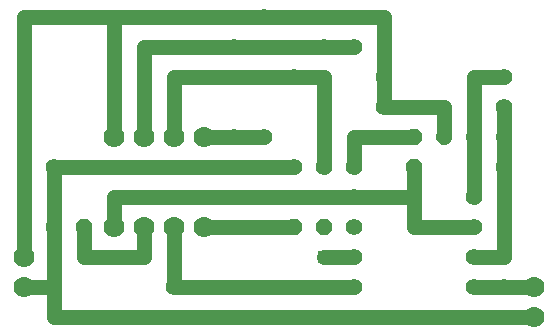
<source format=gbl>
G75*
%MOIN*%
%OFA0B0*%
%FSLAX25Y25*%
%IPPOS*%
%LPD*%
%AMOC8*
5,1,8,0,0,1.08239X$1,22.5*
%
%ADD10C,0.05543*%
%ADD11R,0.04756X0.04756*%
%ADD12C,0.07000*%
%ADD13OC8,0.05200*%
%ADD14OC8,0.05150*%
%ADD15C,0.05000*%
%ADD16R,0.03962X0.03962*%
D10*
X0044615Y0034627D03*
X0084615Y0034627D03*
X0144615Y0034627D03*
X0144615Y0044627D03*
X0144615Y0054627D03*
X0144615Y0064627D03*
X0144615Y0074627D03*
X0134615Y0074627D03*
X0124615Y0074627D03*
X0114615Y0084627D03*
X0104615Y0084627D03*
X0124615Y0104627D03*
X0134615Y0114627D03*
X0144615Y0114627D03*
X0154615Y0104627D03*
X0154615Y0094627D03*
X0194615Y0094627D03*
X0194615Y0104627D03*
X0194615Y0074627D03*
X0184615Y0064627D03*
X0184615Y0054627D03*
X0184615Y0044627D03*
X0184615Y0034627D03*
X0194615Y0034627D03*
X0104615Y0114627D03*
X0114615Y0124627D03*
X0044615Y0074627D03*
D11*
X0034615Y0074627D03*
D12*
X0064615Y0084627D03*
X0074615Y0084627D03*
X0084615Y0084627D03*
X0094615Y0084627D03*
X0094615Y0054627D03*
X0084615Y0054627D03*
X0074615Y0054627D03*
X0064615Y0054627D03*
X0034615Y0044627D03*
X0034615Y0034627D03*
X0204615Y0034627D03*
X0204615Y0024627D03*
D13*
X0134615Y0054627D03*
X0124615Y0054627D03*
X0164615Y0074627D03*
X0164615Y0084627D03*
X0054615Y0054627D03*
X0044615Y0054627D03*
D14*
X0174615Y0084627D03*
X0184615Y0084627D03*
X0194615Y0084627D03*
D15*
X0204615Y0024627D02*
X0044615Y0024627D01*
X0044615Y0034627D01*
X0034615Y0034627D01*
X0044615Y0034627D02*
X0044615Y0054627D01*
X0044615Y0074627D01*
X0104615Y0074627D01*
X0124615Y0074627D01*
X0134615Y0074627D02*
X0134615Y0104627D01*
X0124615Y0104627D01*
X0084615Y0104627D01*
X0084615Y0084627D01*
X0094615Y0084627D02*
X0104615Y0084627D01*
X0114615Y0084627D01*
X0144615Y0084627D02*
X0144615Y0074627D01*
X0144615Y0084627D02*
X0164615Y0084627D01*
X0174615Y0084627D02*
X0174615Y0094627D01*
X0154615Y0094627D01*
X0154615Y0104627D01*
X0154615Y0124627D01*
X0114615Y0124627D01*
X0064615Y0124627D01*
X0064615Y0084627D01*
X0074615Y0084627D02*
X0074615Y0114627D01*
X0104615Y0114627D01*
X0134615Y0114627D01*
X0144615Y0114627D01*
X0184615Y0104627D02*
X0194615Y0104627D01*
X0184615Y0104627D02*
X0184615Y0084627D01*
X0184615Y0064627D01*
X0184615Y0054627D02*
X0164615Y0054627D01*
X0164615Y0064627D01*
X0164615Y0074627D01*
X0164615Y0064627D02*
X0144615Y0064627D01*
X0064615Y0064627D01*
X0064615Y0054627D01*
X0054615Y0054627D02*
X0054615Y0044627D01*
X0074615Y0044627D01*
X0074615Y0054627D01*
X0084615Y0054627D02*
X0084615Y0034627D01*
X0144615Y0034627D01*
X0144615Y0044627D02*
X0134615Y0044627D01*
X0124615Y0054627D02*
X0104615Y0054627D01*
X0094615Y0054627D01*
X0034615Y0044627D02*
X0034615Y0074627D01*
X0034615Y0124627D01*
X0064615Y0124627D01*
X0194615Y0094627D02*
X0194615Y0084627D01*
X0194615Y0074627D01*
X0194615Y0044627D01*
X0184615Y0044627D01*
X0184615Y0034627D02*
X0194615Y0034627D01*
X0204615Y0034627D01*
D16*
X0134615Y0044627D03*
X0104615Y0054627D03*
X0074615Y0044627D03*
X0104615Y0074627D03*
M02*

</source>
